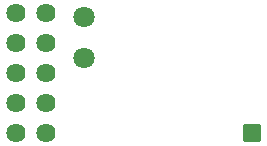
<source format=gbs>
G04 Layer: BottomSolderMaskLayer*
G04 EasyEDA v6.5.20, 2022-10-16 15:23:26*
G04 af273d6a792b4aeebadb685aaa12eaa7,01de8cd48c9644c38d17f752347833e1,10*
G04 Gerber Generator version 0.2*
G04 Scale: 100 percent, Rotated: No, Reflected: No *
G04 Dimensions in millimeters *
G04 leading zeros omitted , absolute positions ,4 integer and 5 decimal *
%FSLAX45Y45*%
%MOMM*%

%AMMACRO1*1,1,$1,$2,$3*1,1,$1,$4,$5*1,1,$1,0-$2,0-$3*1,1,$1,0-$4,0-$5*20,1,$1,$2,$3,$4,$5,0*20,1,$1,$4,$5,0-$2,0-$3,0*20,1,$1,0-$2,0-$3,0-$4,0-$5,0*20,1,$1,0-$4,0-$5,$2,$3,0*4,1,4,$2,$3,$4,$5,0-$2,0-$3,0-$4,0-$5,$2,$3,0*%
%ADD10C,1.8032*%
%ADD11C,1.6256*%
%ADD12MACRO1,0.2032X-0.654X0.6541X0.654X0.6541*%

%LPD*%
D10*
G01*
X1350010Y12124969D03*
G01*
X1350010Y12474981D03*
D11*
G01*
X1026998Y11491976D03*
G01*
X772998Y11491976D03*
G01*
X1026998Y11745976D03*
G01*
X772998Y11745976D03*
G01*
X1026998Y11999976D03*
G01*
X772998Y11999976D03*
G01*
X1026998Y12253976D03*
G01*
X772998Y12253976D03*
G01*
X1026998Y12507976D03*
G01*
X772998Y12507976D03*
D12*
G01*
X2773502Y11492966D03*
M02*

</source>
